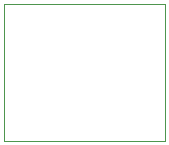
<source format=gbr>
%TF.GenerationSoftware,KiCad,Pcbnew,8.0.6*%
%TF.CreationDate,2025-02-05T22:59:24+01:00*%
%TF.ProjectId,universal_fan_ctrl,756e6976-6572-4736-916c-5f66616e5f63,rev?*%
%TF.SameCoordinates,Original*%
%TF.FileFunction,Profile,NP*%
%FSLAX46Y46*%
G04 Gerber Fmt 4.6, Leading zero omitted, Abs format (unit mm)*
G04 Created by KiCad (PCBNEW 8.0.6) date 2025-02-05 22:59:24*
%MOMM*%
%LPD*%
G01*
G04 APERTURE LIST*
%TA.AperFunction,Profile*%
%ADD10C,0.050000*%
%TD*%
G04 APERTURE END LIST*
D10*
X140000000Y-65000000D02*
X153600000Y-65000000D01*
X153600000Y-76625000D01*
X140000000Y-76625000D01*
X140000000Y-65000000D01*
M02*

</source>
